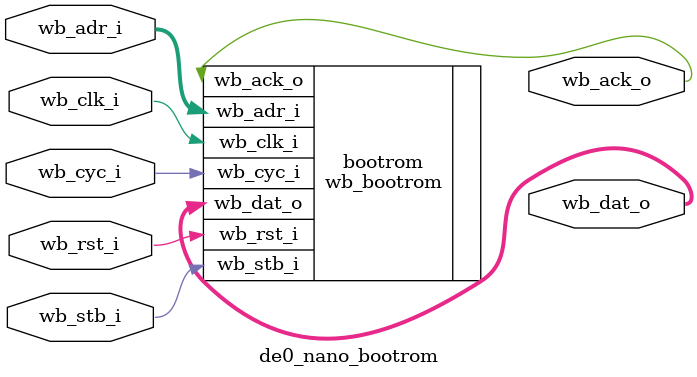
<source format=v>
module de0_nano_bootrom
  #(parameter DEPTH = 1024,             // Memory size in bytes
    parameter WB_AW = $clog2(DEPTH), // Wishbone address width
    parameter MEMFILE = "../src/de0_nano_bootrom/sw/spi_uimage_loader.vh")          // Initialization file
  (input 	 wb_clk_i,
   input 	 wb_rst_i,
   input [31:0]  wb_adr_i,
   input 	 wb_cyc_i,
   input 	 wb_stb_i,
   output [31:0] wb_dat_o,
   output 	 wb_ack_o);

wb_bootrom
  #(.DEPTH   (DEPTH),
    .MEMFILE (MEMFILE))
   bootrom
     (//Wishbone Master interface
      .wb_clk_i (wb_clk_i),
      .wb_rst_i (wb_rst_i),
      .wb_adr_i	(wb_adr_i),
      .wb_cyc_i	(wb_cyc_i),
      .wb_stb_i	(wb_stb_i),
      .wb_dat_o	(wb_dat_o),
      .wb_ack_o (wb_ack_o));

endmodule

</source>
